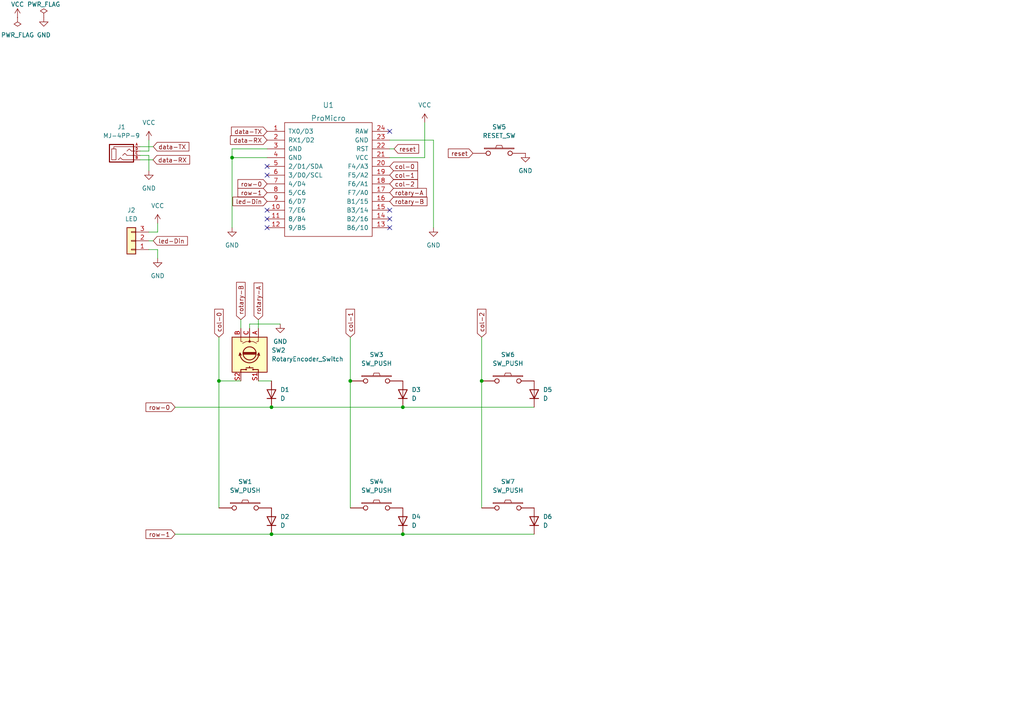
<source format=kicad_sch>
(kicad_sch (version 20211123) (generator eeschema)
  (paper "A4")
  (title_block (title "KeyboardPlayer") (date "2023-12-12"))
  (lib_symbols
    (symbol "Connector_Generic:Conn_01x03" (pin_names (offset 1.016) hide)
      (property "Reference" "J" (at 0 5.08 0))
      (property "Value" "Conn_01x03" (at 0 -5.08 0))
      (symbol "Conn_01x03_1_1"
        (rectangle (start -1.27 -2.413) (end 0 -2.667) (stroke (width 0.1524)))
        (rectangle (start -1.27 0.127) (end 0 -0.127) (stroke (width 0.1524)))
        (rectangle (start -1.27 2.667) (end 0 2.413) (stroke (width 0.1524)))
        (rectangle (start -1.27 3.81) (end 1.27 -3.81) (stroke (width 0.254)) (fill (type background)))
        (pin passive line (at -5.08 2.54 0) (length 3.81) (name "Pin_1") (number "1"))
        (pin passive line (at -5.08 0 0) (length 3.81) (name "Pin_2") (number "2"))
        (pin passive line (at -5.08 -2.54 0) (length 3.81) (name "Pin_3") (number "3"))
      )
    )
    (symbol "Device:D" (pin_numbers hide) (pin_names (offset 1.016) hide)
      (property "Reference" "D" (at 0 2.54 0))
      (property "Value" "D" (at 0 -2.54 0))
      (symbol "D_0_1"
        (polyline (pts (xy -1.27 1.27) (xy -1.27 -1.27)) (stroke (width 0.254)))
        (polyline (pts (xy 1.27 0) (xy -1.27 0)))
        (polyline (pts (xy 1.27 1.27) (xy 1.27 -1.27) (xy -1.27 0) (xy 1.27 1.27)) (stroke (width 0.254)))
      )
      (symbol "D_1_1"
        (pin passive line (at -3.81 0 0) (length 2.54) (name "K") (number "1"))
        (pin passive line (at 3.81 0 180) (length 2.54) (name "A") (number "2"))
      )
    )
    (symbol "Device:RotaryEncoder_Switch" (pin_names (offset 0.254) hide)
      (property "Reference" "SW" (at 0 6.604 0))
      (property "Value" "RotaryEncoder_Switch" (at 0 -6.604 0))
      (symbol "RotaryEncoder_Switch_0_1"
        (rectangle (start -5.08 5.08) (end 5.08 -5.08) (stroke (width 0.254)) (fill (type background)))
        (circle (center -3.81 0) (radius 0.254) (fill (type outline)))
        (arc (start -0.381 -2.794) (mid 2.3622 -0.0635) (end -0.381 2.667) (stroke (width 0.254)))
        (circle (center -0.381 0) (radius 1.905) (stroke (width 0.254)))
        (polyline (pts (xy -0.635 -1.778) (xy -0.635 1.778)) (stroke (width 0.254)))
        (polyline (pts (xy -0.381 -1.778) (xy -0.381 1.778)) (stroke (width 0.254)))
        (polyline (pts (xy -0.127 1.778) (xy -0.127 -1.778)) (stroke (width 0.254)))
        (polyline (pts (xy 3.81 0) (xy 3.429 0)) (stroke (width 0.254)))
        (polyline (pts (xy 3.81 1.016) (xy 3.81 -1.016)) (stroke (width 0.254)))
        (polyline (pts (xy -5.08 -2.54) (xy -3.81 -2.54) (xy -3.81 -2.032)))
        (polyline (pts (xy -5.08 2.54) (xy -3.81 2.54) (xy -3.81 2.032)))
        (polyline (pts (xy 0.254 -3.048) (xy -0.508 -2.794) (xy 0.127 -2.413)) (stroke (width 0.254)))
        (polyline (pts (xy 0.254 2.921) (xy -0.508 2.667) (xy 0.127 2.286)) (stroke (width 0.254)))
        (polyline (pts (xy 5.08 -2.54) (xy 4.318 -2.54) (xy 4.318 -1.016)) (stroke (width 0.254)))
        (polyline (pts (xy 5.08 2.54) (xy 4.318 2.54) (xy 4.318 1.016)) (stroke (width 0.254)))
        (polyline (pts (xy -5.08 0) (xy -3.81 0) (xy -3.81 -1.016) (xy -3.302 -2.032)))
        (polyline (pts (xy -4.318 0) (xy -3.81 0) (xy -3.81 1.016) (xy -3.302 2.032)))
        (circle (center 4.318 -1.016) (radius 0.127) (stroke (width 0.254)))
        (circle (center 4.318 1.016) (radius 0.127) (stroke (width 0.254)))
      )
      (symbol "RotaryEncoder_Switch_1_1"
        (pin passive line (at -7.62 2.54 0) (length 2.54) (name "A") (number "A"))
        (pin passive line (at -7.62 -2.54 0) (length 2.54) (name "B") (number "B"))
        (pin passive line (at -7.62 0 0) (length 2.54) (name "C") (number "C"))
        (pin passive line (at 7.62 2.54 180) (length 2.54) (name "S1") (number "S1"))
        (pin passive line (at 7.62 -2.54 180) (length 2.54) (name "S2") (number "S2"))
      )
    )
    (symbol "keyboard:MJ-4PP-9" (pin_names (offset 1.016))
      (property "Reference" "J" (at 0 3.81 0))
      (property "Value" "MJ-4PP-9" (at 0 -3.81 0))
      (symbol "MJ-4PP-9_0_1"
        (rectangle (start -1.905 -1.905) (end -3.175 1.27))
        (polyline (pts (xy -2.54 1.27) (xy -2.54 1.905) (xy 3.175 1.905)))
        (polyline (pts (xy -1.27 -1.905) (xy -0.635 -1.27) (xy 0 -1.905) (xy 3.175 -1.905)))
        (polyline (pts (xy 0 -0.635) (xy 0.635 0) (xy 1.27 -0.635) (xy 3.175 -0.635)))
        (polyline (pts (xy 1.27 0.635) (xy 1.905 1.27) (xy 2.54 0.635) (xy 3.175 0.635)))
        (rectangle (start 3.175 2.54) (end -3.81 -2.54) (stroke (width 0.3048)))
      )
      (symbol "MJ-4PP-9_1_1"
        (pin input line (at 5.08 1.905 180) (length 2.0066) (name "~") (number "A"))
        (pin input line (at 5.08 -1.905 180) (length 2.0066) (name "~") (number "B"))
        (pin input line (at 5.08 -0.635 180) (length 2.0066) (name "~") (number "C"))
        (pin input line (at 5.08 0.635 180) (length 2.0066) (name "~") (number "D"))
      )
    )
    (symbol "keyboard:ProMicro" (pin_names (offset 1.016))
      (property "Reference" "U" (at 0 19.05 0))
      (property "Value" "ProMicro" (at 0 -19.05 0))
      (symbol "ProMicro_0_1"
        (rectangle (start -12.7 16.51) (end 12.7 -16.51))
      )
      (symbol "ProMicro_1_1"
        (pin bidirectional line (at -17.78 13.97 0) (length 5.08) (name "TX0/D3") (number "1"))
        (pin bidirectional line (at -17.78 -8.89 0) (length 5.08) (name "7/E6") (number "10"))
        (pin bidirectional line (at -17.78 -11.43 0) (length 5.08) (name "8/B4") (number "11"))
        (pin bidirectional line (at -17.78 -13.97 0) (length 5.08) (name "9/B5") (number "12"))
        (pin bidirectional line (at 17.78 -13.97 180) (length 5.08) (name "B6/10") (number "13"))
        (pin bidirectional line (at 17.78 -11.43 180) (length 5.08) (name "B2/16") (number "14"))
        (pin bidirectional line (at 17.78 -8.89 180) (length 5.08) (name "B3/14") (number "15"))
        (pin bidirectional line (at 17.78 -6.35 180) (length 5.08) (name "B1/15") (number "16"))
        (pin bidirectional line (at 17.78 -3.81 180) (length 5.08) (name "F7/A0") (number "17"))
        (pin bidirectional line (at 17.78 -1.27 180) (length 5.08) (name "F6/A1") (number "18"))
        (pin bidirectional line (at 17.78 1.27 180) (length 5.08) (name "F5/A2") (number "19"))
        (pin bidirectional line (at -17.78 11.43 0) (length 5.08) (name "RX1/D2") (number "2"))
        (pin bidirectional line (at 17.78 3.81 180) (length 5.08) (name "F4/A3") (number "20"))
        (pin power_in line (at 17.78 6.35 180) (length 5.08) (name "VCC") (number "21"))
        (pin input line (at 17.78 8.89 180) (length 5.08) (name "RST") (number "22"))
        (pin power_in line (at 17.78 11.43 180) (length 5.08) (name "GND") (number "23"))
        (pin power_out line (at 17.78 13.97 180) (length 5.08) (name "RAW") (number "24"))
        (pin power_in line (at -17.78 8.89 0) (length 5.08) (name "GND") (number "3"))
        (pin power_in line (at -17.78 6.35 0) (length 5.08) (name "GND") (number "4"))
        (pin bidirectional line (at -17.78 3.81 0) (length 5.08) (name "2/D1/SDA") (number "5"))
        (pin bidirectional line (at -17.78 1.27 0) (length 5.08) (name "3/D0/SCL") (number "6"))
        (pin bidirectional line (at -17.78 -1.27 0) (length 5.08) (name "4/D4") (number "7"))
        (pin bidirectional line (at -17.78 -3.81 0) (length 5.08) (name "5/C6") (number "8"))
        (pin bidirectional line (at -17.78 -6.35 0) (length 5.08) (name "6/D7") (number "9"))
      )
    )
    (symbol "keyboard:SW_PUSH" (pin_numbers hide) (pin_names (offset 1.016) hide)
      (property "Reference" "SW" (at 3.81 2.794 0))
      (property "Value" "SW_PUSH" (at 0 -2.032 0))
      (symbol "SW_PUSH_0_1"
        (rectangle (start -4.318 1.27) (end 4.318 1.524))
        (polyline (pts (xy -1.016 1.524) (xy -0.762 2.286) (xy 0.762 2.286) (xy 1.016 1.524)))
        (pin passive inverted (at -7.62 0 0) (length 5.08) (name "1") (number "1"))
        (pin passive inverted (at 7.62 0 180) (length 5.08) (name "2") (number "2"))
      )
    )
    (symbol "power:GND" (power) (pin_names (offset 0))
      (property "Value" "GND" (at 0 -3.81 0))
      (symbol "GND_0_1"
        (polyline (pts (xy 0 0) (xy 0 -1.27) (xy 1.27 -1.27) (xy 0 -2.54) (xy -1.27 -1.27) (xy 0 -1.27)))
      )
      (symbol "GND_1_1"
        (pin power_in line (at 0 0 270) (length 0) hide (name "GND") (number "1"))
      )
    )
    (symbol "power:PWR_FLAG" (power) (pin_numbers hide) (pin_names (offset 0) hide)
      (property "Value" "PWR_FLAG" (at 0 3.81 0))
      (symbol "PWR_FLAG_0_0"
        (pin power_out line (at 0 0 90) (length 0) (name "pwr") (number "1"))
      )
      (symbol "PWR_FLAG_0_1"
        (polyline (pts (xy 0 0) (xy 0 1.27) (xy -1.016 1.905) (xy 0 2.54) (xy 1.016 1.905) (xy 0 1.27)))
      )
    )
    (symbol "power:VCC" (power) (pin_names (offset 0))
      (property "Value" "VCC" (at 0 3.81 0))
      (symbol "VCC_0_1"
        (polyline (pts (xy -0.762 1.27) (xy 0 2.54)))
        (polyline (pts (xy 0 0) (xy 0 2.54)))
        (polyline (pts (xy 0 2.54) (xy 0.762 1.27)))
      )
      (symbol "VCC_1_1"
        (pin power_in line (at 0 0 90) (length 0) hide (name "VCC") (number "1"))
      )
    )
  )
  (junction (at 116.84 118.11))
  (junction (at 78.74 154.94))
  (junction (at 101.6 110.49))
  (junction (at 139.7 110.49))
  (junction (at 63.5 110.49))
  (junction (at 67.31 45.72))
  (junction (at 78.74 118.11))
  (junction (at 116.84 154.94))
  (no_connect (at 77.47 48.26))
  (no_connect (at 77.47 50.8))
  (no_connect (at 113.03 66.04))
  (no_connect (at 113.03 63.5))
  (no_connect (at 113.03 60.96))
  (no_connect (at 113.03 38.1))
  (no_connect (at 77.47 60.96))
  (no_connect (at 77.47 63.5))
  (no_connect (at 77.47 66.04))
  (wire (pts (xy 43.18 69.85) (xy 44.45 69.85)))
  (wire (pts (xy 72.39 93.98) (xy 72.39 95.25)))
  (wire (pts (xy 63.5 110.49) (xy 69.85 110.49)))
  (wire (pts (xy 116.84 118.11) (xy 154.94 118.11)))
  (wire (pts (xy 63.5 110.49) (xy 63.5 147.32)))
  (wire (pts (xy 43.18 43.815) (xy 43.18 40.64)))
  (wire (pts (xy 63.5 97.79) (xy 63.5 110.49)))
  (wire (pts (xy 43.18 67.31) (xy 45.72 67.31)))
  (wire (pts (xy 139.7 110.49) (xy 139.7 147.32)))
  (wire (pts (xy 78.74 118.11) (xy 116.84 118.11)))
  (wire (pts (xy 50.8 118.11) (xy 78.74 118.11)))
  (wire (pts (xy 40.64 45.085) (xy 43.18 45.085)))
  (wire (pts (xy 74.93 92.71) (xy 74.93 95.25)))
  (wire (pts (xy 44.3677 46.355) (xy 40.64 46.355)))
  (wire (pts (xy 78.74 154.94) (xy 116.84 154.94)))
  (wire (pts (xy 123.19 45.72) (xy 113.03 45.72)))
  (wire (pts (xy 69.85 92.71) (xy 69.85 95.25)))
  (wire (pts (xy 67.31 45.72) (xy 67.31 66.04)))
  (wire (pts (xy 125.73 40.64) (xy 125.73 66.04)))
  (wire (pts (xy 101.6 110.49) (xy 101.6 147.32)))
  (wire (pts (xy 43.18 72.39) (xy 45.72 72.39)))
  (wire (pts (xy 113.03 40.64) (xy 125.73 40.64)))
  (wire (pts (xy 74.93 110.49) (xy 78.74 110.49)))
  (wire (pts (xy 43.18 45.085) (xy 43.18 49.53)))
  (wire (pts (xy 44.4569 42.545) (xy 40.64 42.545)))
  (wire (pts (xy 113.03 43.18) (xy 114.3 43.18)))
  (wire (pts (xy 123.19 35.56) (xy 123.19 45.72)))
  (wire (pts (xy 45.72 72.39) (xy 45.72 74.93)))
  (wire (pts (xy 81.28 93.98) (xy 72.39 93.98)))
  (wire (pts (xy 67.31 45.72) (xy 77.47 45.72)))
  (wire (pts (xy 45.72 67.31) (xy 45.72 64.77)))
  (wire (pts (xy 50.8 154.94) (xy 78.74 154.94)))
  (wire (pts (xy 67.31 43.18) (xy 67.31 45.72)))
  (wire (pts (xy 101.6 97.79) (xy 101.6 110.49)))
  (wire (pts (xy 139.7 97.79) (xy 139.7 110.49)))
  (wire (pts (xy 116.84 154.94) (xy 154.94 154.94)))
  (wire (pts (xy 40.64 43.815) (xy 43.18 43.815)))
  (wire (pts (xy 67.31 43.18) (xy 77.47 43.18)))
  (global_label "rotary-B" (shape input) (at 69.85 92.71 90) (property "シート間のリファレンス" "${INTERSHEET_REFS}" (effects hide)))
  (global_label "col-1" (shape input) (at 113.03 50.8 0) (property "シート間のリファレンス" "${INTERSHEET_REFS}" (effects hide)))
  (global_label "data-TX" (shape input) (at 77.47 38.1 180) (property "シート間のリファレンス" "${INTERSHEET_REFS}" (effects hide)))
  (global_label "rotary-B" (shape input) (at 113.03 58.42 0) (property "シート間のリファレンス" "${INTERSHEET_REFS}" (effects hide)))
  (global_label "col-0" (shape input) (at 63.5 97.79 90) (property "シート間のリファレンス" "${INTERSHEET_REFS}" (effects hide)))
  (global_label "row-0" (shape input) (at 50.8 118.11 180) (property "シート間のリファレンス" "${INTERSHEET_REFS}" (effects hide)))
  (global_label "col-0" (shape input) (at 113.03 48.26 0) (property "シート間のリファレンス" "${INTERSHEET_REFS}" (effects hide)))
  (global_label "row-1" (shape input) (at 77.47 55.88 180) (property "シート間のリファレンス" "${INTERSHEET_REFS}" (effects hide)))
  (global_label "reset" (shape input) (at 137.16 44.45 180) (property "シート間のリファレンス" "${INTERSHEET_REFS}" (effects hide)))
  (global_label "row-0" (shape input) (at 77.47 53.34 180) (property "シート間のリファレンス" "${INTERSHEET_REFS}" (effects hide)))
  (global_label "col-1" (shape input) (at 101.6 97.79 90) (property "シート間のリファレンス" "${INTERSHEET_REFS}" (effects hide)))
  (global_label "rotary-A" (shape input) (at 74.93 92.71 90) (property "シート間のリファレンス" "${INTERSHEET_REFS}" (effects hide)))
  (global_label "col-2" (shape input) (at 139.7 97.79 90) (property "シート間のリファレンス" "${INTERSHEET_REFS}" (effects hide)))
  (global_label "data-RX" (shape input) (at 77.47 40.64 180) (property "シート間のリファレンス" "${INTERSHEET_REFS}" (effects hide)))
  (global_label "row-1" (shape input) (at 50.8 154.94 180) (property "シート間のリファレンス" "${INTERSHEET_REFS}" (effects hide)))
  (global_label "data-RX" (shape input) (at 44.3677 46.355 0) (property "シート間のリファレンス" "${INTERSHEET_REFS}" (effects hide)))
  (global_label "col-2" (shape input) (at 113.03 53.34 0) (property "シート間のリファレンス" "${INTERSHEET_REFS}" (effects hide)))
  (global_label "led-Din" (shape input) (at 77.47 58.42 180) (property "シート間のリファレンス" "${INTERSHEET_REFS}" (effects hide)))
  (global_label "led-Din" (shape input) (at 44.45 69.85 0) (property "シート間のリファレンス" "${INTERSHEET_REFS}" (effects hide)))
  (global_label "rotary-A" (shape input) (at 113.03 55.88 0) (property "シート間のリファレンス" "${INTERSHEET_REFS}" (effects hide)))
  (global_label "data-TX" (shape input) (at 44.4569 42.545 0) (property "シート間のリファレンス" "${INTERSHEET_REFS}" (effects hide)))
  (global_label "reset" (shape input) (at 114.3 43.18 0) (property "シート間のリファレンス" "${INTERSHEET_REFS}" (effects hide)))
  (symbol (lib_id "Device:D") (at 116.84 114.3 90) (unit 1)
    (property "Reference" "D3" (at 119.38 113.0299 90) (effects (justify right)))
    (property "Value" "D" (at 119.38 115.5699 90) (effects (justify right)))
    (property "Footprint" "parts:D3_TH_SMD_v3" (effects hide))
  )
  (symbol (lib_id "Device:D") (at 78.74 114.3 90) (unit 1)
    (property "Reference" "D1" (at 81.28 113.0299 90) (effects (justify right)))
    (property "Value" "D" (at 81.28 115.5699 90) (effects (justify right)))
    (property "Footprint" "parts:D3_TH_SMD_v3" (effects hide))
  )
  (symbol (lib_id "power:VCC") (at 5.08 5.08 0) (unit 1)
    (property "Reference" "#PWR0108" (effects hide))
    (property "Value" "VCC" (at 5.08 1.27 0))
  )
  (symbol (lib_id "Connector_Generic:Conn_01x03") (at 38.1 69.85 180) (unit 1)
    (property "Reference" "J2" (at 38.1 60.96 0))
    (property "Value" "LED" (at 38.1 63.5 0))
    (property "Footprint" "kbd.pretty:StripLED_rev" (effects hide))
  )
  (symbol (lib_id "keyboard:SW_PUSH") (at 109.22 147.32 0) (unit 1)
    (property "Reference" "SW4" (at 109.22 139.7 0))
    (property "Value" "SW_PUSH" (at 109.22 142.24 0))
    (property "Footprint" "kbd.pretty:CherryMX_Choc_Hotswap" (effects hide))
  )
  (symbol (lib_id "power:VCC") (at 45.72 64.77 0) (unit 1)
    (property "Reference" "#PWR0110" (effects hide))
    (property "Value" "VCC" (at 45.72 59.69 0))
  )
  (symbol (lib_id "keyboard:SW_PUSH") (at 147.32 147.32 0) (unit 1)
    (property "Reference" "SW7" (at 147.32 139.7 0))
    (property "Value" "SW_PUSH" (at 147.32 142.24 0))
    (property "Footprint" "kbd.pretty:CherryMX_Choc_Hotswap" (effects hide))
  )
  (symbol (lib_id "Device:RotaryEncoder_Switch") (at 72.39 102.87 270) (unit 1)
    (property "Reference" "SW2" (at 78.74 101.5999 90) (effects (justify left)))
    (property "Value" "RotaryEncoder_Switch" (at 78.74 104.1399 90) (effects (justify left)))
    (property "Footprint" "Keebio-Parts.pretty:RotaryEncoder_EC11" (effects hide))
  )
  (symbol (lib_id "power:GND") (at 67.31 66.04 0) (unit 1)
    (property "Reference" "#PWR0101" (effects hide))
    (property "Value" "GND" (at 67.31 71.12 0))
  )
  (symbol (lib_id "keyboard:MJ-4PP-9") (at 35.56 44.45 0) (unit 1)
    (property "Reference" "J1" (at 35.2425 36.83 0))
    (property "Value" "MJ-4PP-9" (at 35.2425 39.37 0))
    (property "Footprint" "kbd.pretty:MJ-4PP-9" (effects hide))
  )
  (symbol (lib_id "keyboard:SW_PUSH") (at 144.78 44.45 0) (unit 1)
    (property "Reference" "SW5" (at 144.78 36.83 0))
    (property "Value" "RESET_SW" (at 144.78 39.37 0))
    (property "Footprint" "kbd.pretty:ResetSW" (effects hide))
  )
  (symbol (lib_id "power:GND") (at 45.72 74.93 0) (unit 1)
    (property "Reference" "#PWR0111" (effects hide))
    (property "Value" "GND" (at 45.72 80.01 0))
  )
  (symbol (lib_id "power:GND") (at 125.73 66.04 0) (unit 1)
    (property "Reference" "#PWR0104" (effects hide))
    (property "Value" "GND" (at 125.73 71.12 0))
  )
  (symbol (lib_id "power:GND") (at 12.7 5.08 0) (unit 1)
    (property "Reference" "#PWR0107" (effects hide))
    (property "Value" "GND" (at 12.7 10.16 0))
  )
  (symbol (lib_id "Device:D") (at 154.94 114.3 90) (unit 1)
    (property "Reference" "D5" (at 157.48 113.0299 90) (effects (justify right)))
    (property "Value" "D" (at 157.48 115.5699 90) (effects (justify right)))
    (property "Footprint" "parts:D3_TH_SMD_v3" (effects hide))
  )
  (symbol (lib_id "power:VCC") (at 43.18 40.64 0) (unit 1)
    (property "Reference" "#PWR0106" (effects hide))
    (property "Value" "VCC" (at 43.18 35.56 0))
  )
  (symbol (lib_id "keyboard:SW_PUSH") (at 109.22 110.49 0) (unit 1)
    (property "Reference" "SW3" (at 109.22 102.87 0))
    (property "Value" "SW_PUSH" (at 109.22 105.41 0))
    (property "Footprint" "kbd.pretty:CherryMX_Choc_Hotswap" (effects hide))
  )
  (symbol (lib_id "keyboard:ProMicro") (at 95.25 52.07 0) (unit 1)
    (property "Reference" "U1" (at 95.25 30.48 0) (effects (font (size 1.524 1.524))))
    (property "Value" "ProMicro" (at 95.25 34.29 0) (effects (font (size 1.524 1.524))))
    (property "Footprint" "kbd.pretty:ProMicro_v2" (effects hide))
  )
  (symbol (lib_id "power:VCC") (at 123.19 35.56 0) (unit 1)
    (property "Reference" "#PWR0102" (effects hide))
    (property "Value" "VCC" (at 123.19 30.48 0))
  )
  (symbol (lib_id "keyboard:SW_PUSH") (at 147.32 110.49 0) (unit 1)
    (property "Reference" "SW6" (at 147.32 102.87 0))
    (property "Value" "SW_PUSH" (at 147.32 105.41 0))
    (property "Footprint" "kbd.pretty:CherryMX_Choc_Hotswap" (effects hide))
  )
  (symbol (lib_id "power:GND") (at 43.18 49.53 0) (unit 1)
    (property "Reference" "#PWR0109" (effects hide))
    (property "Value" "GND" (at 43.18 54.61 0))
  )
  (symbol (lib_id "Device:D") (at 116.84 151.13 90) (unit 1)
    (property "Reference" "D4" (at 119.38 149.8599 90) (effects (justify right)))
    (property "Value" "D" (at 119.38 152.3999 90) (effects (justify right)))
    (property "Footprint" "parts:D3_TH_SMD_v3" (effects hide))
  )
  (symbol (lib_id "power:GND") (at 152.4 44.45 0) (unit 1)
    (property "Reference" "#PWR0103" (effects hide))
    (property "Value" "GND" (at 152.4 49.53 0))
  )
  (symbol (lib_id "Device:D") (at 154.94 151.13 90) (unit 1)
    (property "Reference" "D6" (at 157.48 149.8599 90) (effects (justify right)))
    (property "Value" "D" (at 157.48 152.3999 90) (effects (justify right)))
    (property "Footprint" "parts:D3_TH_SMD_v3" (effects hide))
  )
  (symbol (lib_id "power:PWR_FLAG") (at 12.7 5.08 0) (unit 1)
    (property "Reference" "#FLG0102" (effects hide))
    (property "Value" "PWR_FLAG" (at 12.7 1.27 0))
  )
  (symbol (lib_id "power:PWR_FLAG") (at 5.08 5.08 180) (unit 1)
    (property "Reference" "#FLG0101" (effects hide))
    (property "Value" "PWR_FLAG" (at 5.08 10.16 0))
  )
  (symbol (lib_id "power:GND") (at 81.28 93.98 0) (unit 1)
    (property "Reference" "#PWR0105" (effects hide))
    (property "Value" "GND" (at 81.28 99.06 0))
  )
  (symbol (lib_id "keyboard:SW_PUSH") (at 71.12 147.32 0) (unit 1)
    (property "Reference" "SW1" (at 71.12 139.7 0))
    (property "Value" "SW_PUSH" (at 71.12 142.24 0))
    (property "Footprint" "kbd.pretty:CherryMX_Choc_Hotswap" (effects hide))
  )
  (symbol (lib_id "Device:D") (at 78.74 151.13 90) (unit 1)
    (property "Reference" "D2" (at 81.28 149.8599 90) (effects (justify right)))
    (property "Value" "D" (at 81.28 152.3999 90) (effects (justify right)))
    (property "Footprint" "parts:D3_TH_SMD_v3" (effects hide))
  )
)
</source>
